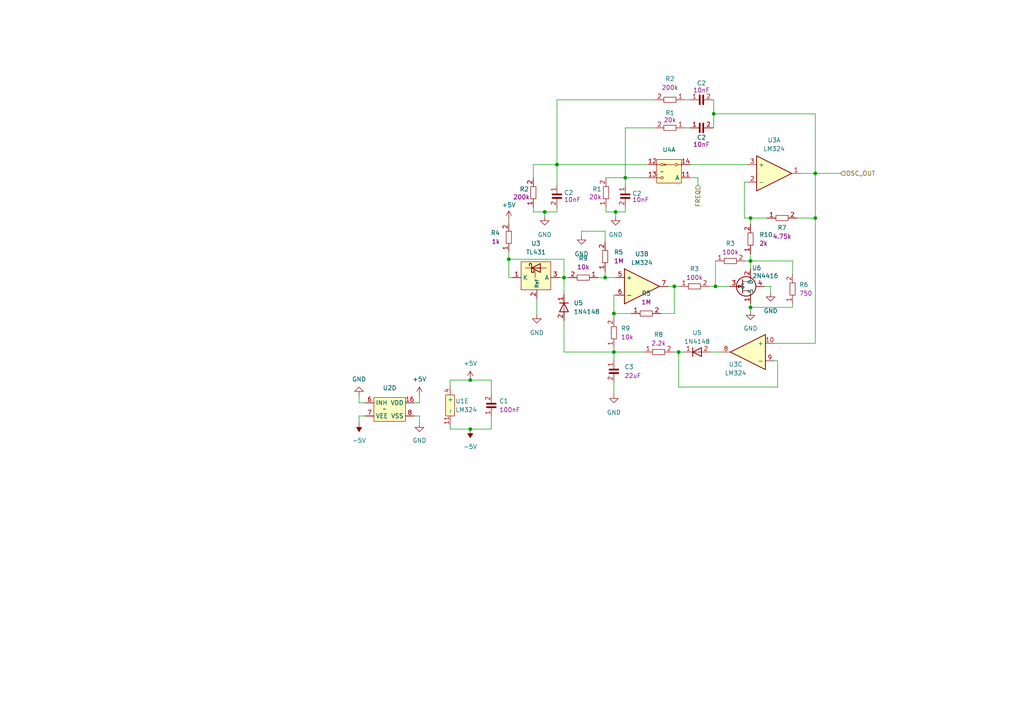
<source format=kicad_sch>
(kicad_sch (version 20230121) (generator eeschema)
  (paper "A4")
  (lib_symbols
    (symbol "Jojos_Lib:1N4148"
      (property "Reference" "U" (at 0 4.826 0))
      (property "Value" "1N4148" (at 0.508 3.048 0))
      (symbol "1N4148_0_1"
        (polyline (pts (xy -1.27 1.27) (xy -1.27 -1.27)) (stroke (width 0.254)))
        (polyline (pts (xy 1.27 0) (xy -1.27 0)))
        (polyline (pts (xy 1.27 1.27) (xy 1.27 -1.27) (xy -1.27 0) (xy 1.27 1.27)) (stroke (width 0.254)))
      )
      (symbol "1N4148_1_1"
        (pin passive line (at -3.81 0 0) (length 2.54) (name "~") (number "1"))
        (pin passive line (at 3.81 0 180) (length 2.54) (name "~") (number "2"))
      )
    )
    (symbol "Jojos_Lib:2N4416"
      (property "Reference" "U" (at -7.366 4.572 0))
      (property "Value" "2N4416" (at 0.762 4.572 0))
      (symbol "2N4416_0_1"
        (circle (center -5.08 0) (radius 2.8194) (stroke (width 0.254)))
        (polyline (pts (xy -6.096 1.905) (xy -6.096 -1.905) (xy -6.096 -1.905)) (stroke (width 0.254)))
        (polyline (pts (xy -3.81 -2.54) (xy -3.81 -1.27) (xy -6.096 -1.27)))
        (polyline (pts (xy -3.81 2.54) (xy -3.81 1.397) (xy -6.096 1.397)))
        (polyline (pts (xy -6.35 0) (xy -7.366 0.381) (xy -7.366 -0.381) (xy -6.35 0)) (fill (type outline)))
      )
      (symbol "2N4416_1_1"
        (pin passive line (at -3.81 -5.08 90) (length 2.54) (name "S") (number "1"))
        (pin passive line (at -3.81 5.08 270) (length 2.54) (name "D") (number "2"))
        (pin input line (at -9.906 0 0) (length 2.54) (name "G") (number "3"))
        (pin passive line (at 0.254 0 180) (length 2.54) (name "~") (number "4"))
      )
    )
    (symbol "Jojos_Lib:C0603_100nF_25V" (pin_names (offset 1.016))
      (property "Reference" "C" (at -3.81 0 90))
      (property "Val" "100nF" (at 3.81 0 90))
      (symbol "C0603_100nF_25V_1_1"
        (polyline (pts (xy -1.27 -0.508) (xy 1.27 -0.508)) (stroke (width 0.508)))
        (polyline (pts (xy -1.27 0.508) (xy 1.27 0.508)) (stroke (width 0.508)))
        (pin passive line (at 0 3.302 270) (length 2.54) (name "~") (number "1"))
        (pin passive line (at 0 -3.302 90) (length 2.54) (name "~") (number "2"))
      )
    )
    (symbol "Jojos_Lib:C0603_10nF_50V" (pin_names (offset 1.016))
      (property "Reference" "C" (at -3.81 0 90))
      (property "Val" "10nF" (at 3.81 0 90))
      (symbol "C0603_10nF_50V_1_1"
        (polyline (pts (xy -1.27 -0.508) (xy 1.27 -0.508)) (stroke (width 0.508)))
        (polyline (pts (xy -1.27 0.508) (xy 1.27 0.508)) (stroke (width 0.508)))
        (pin passive line (at 0 3.302 270) (length 2.54) (name "~") (number "1"))
        (pin passive line (at 0 -3.302 90) (length 2.54) (name "~") (number "2"))
      )
    )
    (symbol "Jojos_Lib:C0805_22uF_6.3V" (pin_names (offset 1.016))
      (property "Reference" "C" (at -3.81 0 90))
      (property "Val" "22uF" (at 3.81 0 90))
      (symbol "C0805_22uF_6.3V_1_1"
        (polyline (pts (xy -1.27 -0.508) (xy 1.27 -0.508)) (stroke (width 0.508)))
        (polyline (pts (xy -1.27 0.508) (xy 1.27 0.508)) (stroke (width 0.508)))
        (pin passive line (at 0 3.302 270) (length 2.54) (name "~") (number "1"))
        (pin passive line (at 0 -3.302 90) (length 2.54) (name "~") (number "2"))
      )
    )
    (symbol "Jojos_Lib:CD4053"
      (property "Reference" "U" (at -1.016 4.318 0))
      (symbol "CD4053_1_1"
        (rectangle (start -3.048 3.302) (end 4.064 -3.556) (fill (type background)))
        (circle (center -1.524 -2.032) (radius 0.3592))
        (circle (center -1.524 1.778) (radius 0.3592))
        (polyline (pts (xy -2.032 -2.032) (xy -3.048 -2.032)))
        (polyline (pts (xy -2.032 1.778) (xy -3.048 1.778)))
        (polyline (pts (xy -1.016 1.778) (xy 1.778 1.778)))
        (polyline (pts (xy 3.048 1.778) (xy 4.064 1.778)))
        (polyline (pts (xy -1.016 1.778) (xy -0.508 2.032) (xy -1.016 1.778) (xy -0.508 1.524) (xy -1.016 1.778) (xy -0.762 1.778)))
        (circle (center 2.54 1.778) (radius 0.3592))
        (pin input line (at 6.604 -2.032 180) (length 2.54) (name "A") (number "11"))
        (pin bidirectional line (at -5.588 1.778 0) (length 2.54) (name "") (number "12"))
        (pin bidirectional line (at -5.588 -2.032 0) (length 2.54) (name "") (number "13"))
        (pin bidirectional line (at 6.604 1.778 180) (length 2.54) (name "") (number "14"))
      )
      (symbol "CD4053_2_1"
        (rectangle (start -3.048 3.302) (end 4.064 -3.556) (fill (type background)))
        (circle (center -1.524 -2.032) (radius 0.3592))
        (circle (center -1.524 1.778) (radius 0.3592))
        (polyline (pts (xy -2.032 -2.032) (xy -3.048 -2.032)))
        (polyline (pts (xy -2.032 1.778) (xy -3.048 1.778)))
        (polyline (pts (xy -1.016 1.778) (xy 1.778 1.778)))
        (polyline (pts (xy 3.048 1.778) (xy 4.064 1.778)))
        (polyline (pts (xy -1.016 1.778) (xy -0.508 2.032) (xy -1.016 1.778) (xy -0.508 1.524) (xy -1.016 1.778) (xy -0.762 1.778)))
        (circle (center 2.54 1.778) (radius 0.3592))
        (pin bidirectional line (at -5.588 -2.032 0) (length 2.54) (name "") (number "1"))
        (pin input line (at 6.604 -2.032 180) (length 2.54) (name "B") (number "10"))
        (pin bidirectional line (at 6.604 1.778 180) (length 2.54) (name "") (number "15"))
        (pin bidirectional line (at -5.588 1.778 0) (length 2.54) (name "") (number "2"))
      )
      (symbol "CD4053_3_1"
        (rectangle (start -2.54 3.556) (end 4.572 -3.302) (fill (type background)))
        (circle (center -1.016 -1.778) (radius 0.3592))
        (circle (center -1.016 2.032) (radius 0.3592))
        (polyline (pts (xy -1.524 -1.778) (xy -2.54 -1.778)))
        (polyline (pts (xy -1.524 2.032) (xy -2.54 2.032)))
        (polyline (pts (xy -0.508 2.032) (xy 2.286 2.032)))
        (polyline (pts (xy 3.556 2.032) (xy 4.572 2.032)))
        (polyline (pts (xy -0.508 2.032) (xy 0 2.286) (xy -0.508 2.032) (xy 0 1.778) (xy -0.508 2.032) (xy -0.254 2.032)))
        (circle (center 3.048 2.032) (radius 0.3592))
        (pin bidirectional line (at -5.08 -1.778 0) (length 2.54) (name "") (number "3"))
        (pin bidirectional line (at 7.112 2.032 180) (length 2.54) (name "") (number "4"))
        (pin bidirectional line (at -5.08 2.032 0) (length 2.54) (name "") (number "5"))
        (pin input line (at 7.112 -1.778 180) (length 2.54) (name "C") (number "9"))
      )
      (symbol "CD4053_4_1"
        (rectangle (start -4.572 3.048) (end 4.572 -3.81) (fill (type background)))
        (pin power_in line (at 7.112 1.524 180) (length 2.54) (name "VDD") (number "16"))
        (pin input line (at -7.112 1.524 0) (length 2.54) (name "INH") (number "6"))
        (pin power_in line (at -7.112 -2.286 0) (length 2.54) (name "VEE") (number "7"))
        (pin power_in line (at 7.112 -2.286 180) (length 2.54) (name "VSS") (number "8"))
      )
    )
    (symbol "Jojos_Lib:LM324ADR "
      (property "Reference" "U" (at 5.08 -1.27 0))
      (property "Value" "LM324" (at 7.366 6.604 0))
      (symbol "LM324ADR _1_1"
        (polyline (pts (xy -2.54 5.08) (xy 7.62 0) (xy -2.54 -5.08) (xy -2.54 5.08)) (stroke (width 0.254)) (fill (type background)))
        (pin output line (at 10.16 0 180) (length 2.54) (name "~") (number "1"))
        (pin input line (at -5.08 -2.54 0) (length 2.54) (name "-") (number "2"))
        (pin input line (at -5.08 2.54 0) (length 2.54) (name "+") (number "3"))
      )
      (symbol "LM324ADR _2_1"
        (polyline (pts (xy -2.54 5.08) (xy 7.62 0) (xy -2.54 -5.08) (xy -2.54 5.08)) (stroke (width 0.254)) (fill (type background)))
        (pin input line (at -5.08 2.54 0) (length 2.54) (name "+") (number "5"))
        (pin input line (at -5.08 -2.54 0) (length 2.54) (name "-") (number "6"))
        (pin output line (at 10.16 0 180) (length 2.54) (name "~") (number "7"))
      )
      (symbol "LM324ADR _3_1"
        (polyline (pts (xy -2.54 5.08) (xy 7.62 0) (xy -2.54 -5.08) (xy -2.54 5.08)) (stroke (width 0.254)) (fill (type background)))
        (pin input line (at -5.08 2.54 0) (length 2.54) (name "+") (number "10"))
        (pin output line (at 10.16 0 180) (length 2.54) (name "~") (number "8"))
        (pin input line (at -5.08 -2.54 0) (length 2.54) (name "-") (number "9"))
      )
      (symbol "LM324ADR _4_1"
        (polyline (pts (xy -2.54 5.08) (xy 7.62 0) (xy -2.54 -5.08) (xy -2.54 5.08)) (stroke (width 0.254)) (fill (type background)))
        (pin input line (at -5.08 2.54 0) (length 2.54) (name "+") (number "12"))
        (pin input line (at -5.08 -2.54 0) (length 2.54) (name "-") (number "13"))
        (pin output line (at 10.16 0 180) (length 2.54) (name "~") (number "14"))
      )
      (symbol "LM324ADR _5_1"
        (rectangle (start 0.254 3.048) (end 2.794 -3.048) (fill (type background)))
        (pin passive line (at 1.524 -5.588 90) (length 2.54) (name "-") (number "11"))
        (pin passive line (at 1.524 5.588 270) (length 2.54) (name "+") (number "4"))
      )
    )
    (symbol "Jojos_Lib:R0603_100k" (pin_names (offset 0.762))
      (property "Reference" "R" (at -0.635 2.54 0))
      (property "Val" "100k" (at 0 -2.54 0))
      (symbol "R0603_100k_0_1"
        (polyline (pts (xy -1.778 0.762) (xy 1.778 0.762) (xy 1.778 -0.762) (xy -1.778 -0.762) (xy -1.778 0.762)) (stroke (width 0.1524)))
      )
      (symbol "R0603_100k_1_0"
        (pin passive line (at -4.318 0 0) (length 2.54) (name "~") (number "1"))
        (pin passive line (at 4.318 0 180) (length 2.54) (name "~") (number "2"))
      )
    )
    (symbol "Jojos_Lib:R0603_10k" (pin_names (offset 0.762))
      (property "Reference" "R" (at -0.635 2.54 0))
      (property "Val" "10k" (at 0 -2.54 0))
      (symbol "R0603_10k_0_1"
        (polyline (pts (xy -1.778 0.762) (xy 1.778 0.762) (xy 1.778 -0.762) (xy -1.778 -0.762) (xy -1.778 0.762)) (stroke (width 0.1524)))
      )
      (symbol "R0603_10k_1_0"
        (pin passive line (at -4.318 0 0) (length 2.54) (name "~") (number "1"))
        (pin passive line (at 4.318 0 180) (length 2.54) (name "~") (number "2"))
      )
    )
    (symbol "Jojos_Lib:R0603_1M" (pin_names (offset 0.762))
      (property "Reference" "R" (at -0.381 2.54 0))
      (property "Val" "1M" (at 0.254 -2.54 0))
      (symbol "R0603_1M_0_1"
        (polyline (pts (xy -1.778 0.762) (xy 1.778 0.762) (xy 1.778 -0.762) (xy -1.778 -0.762) (xy -1.778 0.762)) (stroke (width 0.1524)))
      )
      (symbol "R0603_1M_1_0"
        (pin passive line (at -4.318 0 0) (length 2.54) (name "~") (number "1"))
        (pin passive line (at 4.318 0 180) (length 2.54) (name "~") (number "2"))
      )
    )
    (symbol "Jojos_Lib:R0603_1k" (pin_names (offset 0.762))
      (property "Reference" "R" (at -0.635 2.54 0))
      (property "Val" "1k" (at 0 -2.54 0))
      (symbol "R0603_1k_0_1"
        (polyline (pts (xy -1.778 0.762) (xy 1.778 0.762) (xy 1.778 -0.762) (xy -1.778 -0.762) (xy -1.778 0.762)) (stroke (width 0.1524)))
      )
      (symbol "R0603_1k_1_0"
        (pin passive line (at -4.318 0 0) (length 2.54) (name "~") (number "1"))
        (pin passive line (at 4.318 0 180) (length 2.54) (name "~") (number "2"))
      )
    )
    (symbol "Jojos_Lib:R0603_2.2k" (pin_names (offset 0.762))
      (property "Reference" "R" (at -0.381 2.54 0))
      (property "Val" "2.2k" (at 0.254 -2.54 0))
      (symbol "R0603_2.2k_0_1"
        (polyline (pts (xy -1.778 0.762) (xy 1.778 0.762) (xy 1.778 -0.762) (xy -1.778 -0.762) (xy -1.778 0.762)) (stroke (width 0.1524)))
      )
      (symbol "R0603_2.2k_1_0"
        (pin passive line (at -4.318 0 0) (length 2.54) (name "~") (number "1"))
        (pin passive line (at 4.318 0 180) (length 2.54) (name "~") (number "2"))
      )
    )
    (symbol "Jojos_Lib:R0603_200k" (pin_names (offset 0.762))
      (property "Reference" "R" (at -0.635 2.54 0))
      (property "Val" "200k" (at 0 -2.54 0))
      (symbol "R0603_200k_0_1"
        (polyline (pts (xy -1.778 0.762) (xy 1.778 0.762) (xy 1.778 -0.762) (xy -1.778 -0.762) (xy -1.778 0.762)) (stroke (width 0.1524)))
      )
      (symbol "R0603_200k_1_0"
        (pin passive line (at -4.318 0 0) (length 2.54) (name "~") (number "1"))
        (pin passive line (at 4.318 0 180) (length 2.54) (name "~") (number "2"))
      )
    )
    (symbol "Jojos_Lib:R0603_20k" (pin_names (offset 0.762))
      (property "Reference" "R" (at -0.635 2.54 0))
      (property "Val" "20k" (at 0 -2.54 0))
      (symbol "R0603_20k_0_1"
        (polyline (pts (xy -1.778 0.762) (xy 1.778 0.762) (xy 1.778 -0.762) (xy -1.778 -0.762) (xy -1.778 0.762)) (stroke (width 0.1524)))
      )
      (symbol "R0603_20k_1_0"
        (pin passive line (at -4.318 0 0) (length 2.54) (name "~") (number "1"))
        (pin passive line (at 4.318 0 180) (length 2.54) (name "~") (number "2"))
      )
    )
    (symbol "Jojos_Lib:R0603_2k" (pin_names (offset 0.762))
      (property "Reference" "R" (at -0.889 2.54 0))
      (property "Val" "2k" (at -0.254 -2.54 0))
      (symbol "R0603_2k_0_1"
        (polyline (pts (xy -1.778 0.762) (xy 1.778 0.762) (xy 1.778 -0.762) (xy -1.778 -0.762) (xy -1.778 0.762)) (stroke (width 0.1524)))
      )
      (symbol "R0603_2k_1_0"
        (pin passive line (at -4.318 0 0) (length 2.54) (name "~") (number "1"))
        (pin passive line (at 4.318 0 180) (length 2.54) (name "~") (number "2"))
      )
    )
    (symbol "Jojos_Lib:R0603_4.75k" (pin_names (offset 0.762))
      (property "Reference" "R" (at -0.635 2.54 0))
      (property "Val" "4.75k" (at 0 -2.54 0))
      (symbol "R0603_4.75k_0_1"
        (polyline (pts (xy -1.778 0.762) (xy 1.778 0.762) (xy 1.778 -0.762) (xy -1.778 -0.762) (xy -1.778 0.762)) (stroke (width 0.1524)))
      )
      (symbol "R0603_4.75k_1_0"
        (pin passive line (at -4.318 0 0) (length 2.54) (name "~") (number "1"))
        (pin passive line (at 4.318 0 180) (length 2.54) (name "~") (number "2"))
      )
    )
    (symbol "Jojos_Lib:R0603_750" (pin_names (offset 0.762))
      (property "Reference" "R" (at -0.635 2.54 0))
      (property "Val" "750" (at 0 -2.54 0))
      (symbol "R0603_750_0_1"
        (polyline (pts (xy -1.778 0.762) (xy 1.778 0.762) (xy 1.778 -0.762) (xy -1.778 -0.762) (xy -1.778 0.762)) (stroke (width 0.1524)))
      )
      (symbol "R0603_750_1_0"
        (pin passive line (at -4.318 0 0) (length 2.54) (name "~") (number "1"))
        (pin passive line (at 4.318 0 180) (length 2.54) (name "~") (number "2"))
      )
    )
    (symbol "Jojos_Lib:TL431"
      (property "Reference" "U" (at 0 7.62 0))
      (property "Value" "TL431" (at 0 5.842 0))
      (symbol "TL431_0_0"
        (text_box "" (at -4.572 4.572 0) (size 8.636 -8.128) (fill (type color) (color 255 255 194 1)) (effects (font (size 1.27 1.27)) (justify left top)))
      )
      (symbol "TL431_0_1"
        (polyline (pts (xy 1.016 2.794) (xy -1.524 2.794)))
        (polyline (pts (xy -3.302 2.794) (xy 2.794 2.794) (xy 2.54 2.794)) (fill (type color) (color 255 255 194 1)))
        (polyline (pts (xy -0.508 0) (xy -0.508 2.286) (xy -0.508 2.032)) (fill (type color) (color 255 255 194 1)))
        (polyline (pts (xy 1.016 4.064) (xy 1.016 1.524) (xy -1.524 2.794) (xy 1.016 4.064)) (stroke (width 0.254)))
        (polyline (pts (xy -2.159 3.429) (xy -2.159 4.064) (xy -1.524 4.064) (xy -1.524 1.524) (xy -0.889 1.524) (xy -0.889 2.159)) (stroke (width 0.254)))
      )
      (symbol "TL431_1_1"
        (pin passive line (at -7.112 0 0) (length 2.54) (name "K") (number "1"))
        (pin power_in line (at 0 -6.096 90) (length 2.54) (name "Ref") (number "2"))
        (pin passive line (at 6.604 0 180) (length 2.54) (name "A") (number "3"))
      )
    )
    (symbol "power:+5V" (power) (pin_names (offset 0))
      (property "Value" "+5V" (at 0 3.556 0))
      (symbol "+5V_0_1"
        (polyline (pts (xy -0.762 1.27) (xy 0 2.54)))
        (polyline (pts (xy 0 0) (xy 0 2.54)))
        (polyline (pts (xy 0 2.54) (xy 0.762 1.27)))
      )
      (symbol "+5V_1_1"
        (pin power_in line (at 0 0 90) (length 0) hide (name "+5V") (number "1"))
      )
    )
    (symbol "power:-5V" (power) (pin_names (offset 0))
      (property "Value" "-5V" (at 0 3.81 0))
      (symbol "-5V_0_0"
        (pin power_in line (at 0 0 90) (length 0) hide (name "-5V") (number "1"))
      )
      (symbol "-5V_0_1"
        (polyline (pts (xy 0 0) (xy 0 1.27) (xy 0.762 1.27) (xy 0 2.54) (xy -0.762 1.27) (xy 0 1.27)) (fill (type outline)))
      )
    )
    (symbol "power:GND" (power) (pin_names (offset 0))
      (property "Value" "GND" (at 0 -3.81 0))
      (symbol "GND_0_1"
        (polyline (pts (xy 0 0) (xy 0 -1.27) (xy 1.27 -1.27) (xy 0 -2.54) (xy -1.27 -1.27) (xy 0 -1.27)))
      )
      (symbol "GND_1_1"
        (pin power_in line (at 0 0 270) (length 0) hide (name "GND") (number "1"))
      )
    )
  )
  (junction (at 195.58 83.058))
  (junction (at 175.514 80.518))
  (junction (at 217.678 63.246))
  (junction (at 136.398 110.236))
  (junction (at 161.544 47.752))
  (junction (at 163.576 80.518))
  (junction (at 196.85 102.108))
  (junction (at 236.474 63.246))
  (junction (at 178.562 61.468))
  (junction (at 207.01 33.02))
  (junction (at 217.678 89.154))
  (junction (at 178.054 102.108))
  (junction (at 147.574 75.184))
  (junction (at 178.054 90.932))
  (junction (at 236.474 50.292))
  (junction (at 217.678 75.692))
  (junction (at 157.988 61.468))
  (junction (at 136.398 124.46))
  (junction (at 207.518 83.058))
  (junction (at 181.356 51.562))
  (wire (pts (xy 142.494 110.236) (xy 142.494 114.3)))
  (wire (pts (xy 163.576 75.184) (xy 147.574 75.184)))
  (wire (pts (xy 104.14 114.808) (xy 104.14 116.84)))
  (wire (pts (xy 224.536 104.648) (xy 225.552 104.648)))
  (wire (pts (xy 217.678 63.246) (xy 222.504 63.246)))
  (wire (pts (xy 217.678 73.66) (xy 217.678 75.692)))
  (wire (pts (xy 205.994 102.108) (xy 209.296 102.108)))
  (wire (pts (xy 225.552 104.648) (xy 225.552 112.268)))
  (wire (pts (xy 200.152 47.752) (xy 216.916 47.752)))
  (wire (pts (xy 207.01 33.02) (xy 207.01 37.084)))
  (wire (pts (xy 178.054 85.598) (xy 178.562 85.598)))
  (wire (pts (xy 178.054 85.598) (xy 178.054 90.932)))
  (wire (pts (xy 175.514 67.056) (xy 168.656 67.056)))
  (wire (pts (xy 168.656 67.056) (xy 168.656 68.326)))
  (wire (pts (xy 217.678 88.138) (xy 217.678 89.154)))
  (wire (pts (xy 161.544 28.956) (xy 161.544 47.752)))
  (wire (pts (xy 175.514 70.104) (xy 175.514 67.056)))
  (wire (pts (xy 225.552 112.268) (xy 196.85 112.268)))
  (wire (pts (xy 224.536 99.568) (xy 236.474 99.568)))
  (wire (pts (xy 178.054 102.108) (xy 178.054 100.838)))
  (wire (pts (xy 130.556 123.19) (xy 130.556 124.46)))
  (wire (pts (xy 178.054 110.998) (xy 178.054 114.3)))
  (wire (pts (xy 236.474 63.246) (xy 236.474 99.568)))
  (wire (pts (xy 104.14 120.65) (xy 104.14 122.682)))
  (wire (pts (xy 217.678 63.246) (xy 217.678 65.024)))
  (wire (pts (xy 154.686 47.752) (xy 154.686 51.562)))
  (wire (pts (xy 189.992 28.956) (xy 161.544 28.956)))
  (wire (pts (xy 157.988 61.468) (xy 161.544 61.468)))
  (wire (pts (xy 229.87 88.138) (xy 229.87 89.154)))
  (wire (pts (xy 120.142 120.65) (xy 121.666 120.65)))
  (wire (pts (xy 207.01 28.956) (xy 207.01 33.02)))
  (wire (pts (xy 202.438 51.562) (xy 202.438 53.594)))
  (wire (pts (xy 147.574 75.184) (xy 147.574 80.518)))
  (wire (pts (xy 157.988 61.468) (xy 157.988 62.738)))
  (wire (pts (xy 136.398 124.46) (xy 142.494 124.46)))
  (wire (pts (xy 154.686 60.198) (xy 154.686 61.468)))
  (wire (pts (xy 215.9 52.832) (xy 215.9 63.246)))
  (wire (pts (xy 236.474 33.02) (xy 207.01 33.02)))
  (wire (pts (xy 236.474 50.292) (xy 243.84 50.292)))
  (wire (pts (xy 162.306 80.518) (xy 163.576 80.518)))
  (wire (pts (xy 229.87 75.692) (xy 217.678 75.692)))
  (wire (pts (xy 147.574 64.516) (xy 147.574 63.754)))
  (wire (pts (xy 161.544 60.198) (xy 161.544 61.468)))
  (wire (pts (xy 142.494 120.904) (xy 142.494 124.46)))
  (wire (pts (xy 173.482 80.518) (xy 175.514 80.518)))
  (wire (pts (xy 236.474 50.292) (xy 236.474 33.02)))
  (wire (pts (xy 187.96 51.562) (xy 181.356 51.562)))
  (wire (pts (xy 191.77 90.932) (xy 195.58 90.932)))
  (wire (pts (xy 207.01 37.084) (xy 206.756 37.084)))
  (wire (pts (xy 205.74 83.058) (xy 207.518 83.058)))
  (wire (pts (xy 181.356 60.198) (xy 181.356 61.468)))
  (wire (pts (xy 231.14 63.246) (xy 236.474 63.246)))
  (wire (pts (xy 163.576 102.108) (xy 178.054 102.108)))
  (wire (pts (xy 223.52 83.058) (xy 223.52 84.836)))
  (wire (pts (xy 175.768 60.198) (xy 175.768 61.468)))
  (wire (pts (xy 196.85 112.268) (xy 196.85 102.108)))
  (wire (pts (xy 193.802 83.058) (xy 195.58 83.058)))
  (wire (pts (xy 195.58 83.058) (xy 197.104 83.058)))
  (wire (pts (xy 163.576 85.344) (xy 163.576 80.518)))
  (wire (pts (xy 147.574 80.518) (xy 148.59 80.518)))
  (wire (pts (xy 216.154 75.692) (xy 217.678 75.692)))
  (wire (pts (xy 195.326 102.108) (xy 196.85 102.108)))
  (wire (pts (xy 178.562 61.468) (xy 181.356 61.468)))
  (wire (pts (xy 105.918 120.65) (xy 104.14 120.65)))
  (wire (pts (xy 217.678 75.692) (xy 217.678 77.978)))
  (wire (pts (xy 198.628 28.956) (xy 200.152 28.956)))
  (wire (pts (xy 136.398 110.236) (xy 142.494 110.236)))
  (wire (pts (xy 121.666 120.65) (xy 121.666 122.682)))
  (wire (pts (xy 175.768 51.562) (xy 181.356 51.562)))
  (wire (pts (xy 236.474 63.246) (xy 236.474 50.292)))
  (wire (pts (xy 217.678 89.154) (xy 217.678 90.17)))
  (wire (pts (xy 187.96 47.752) (xy 161.544 47.752)))
  (wire (pts (xy 154.686 47.752) (xy 161.544 47.752)))
  (wire (pts (xy 163.576 80.518) (xy 163.576 75.184)))
  (wire (pts (xy 181.356 51.562) (xy 181.356 53.594)))
  (wire (pts (xy 163.576 92.964) (xy 163.576 102.108)))
  (wire (pts (xy 130.556 124.46) (xy 136.398 124.46)))
  (wire (pts (xy 229.87 79.502) (xy 229.87 75.692)))
  (wire (pts (xy 147.574 73.152) (xy 147.574 75.184)))
  (wire (pts (xy 198.628 37.084) (xy 200.152 37.084)))
  (wire (pts (xy 178.054 92.202) (xy 178.054 90.932)))
  (wire (pts (xy 130.556 110.236) (xy 130.556 112.014)))
  (wire (pts (xy 178.054 102.108) (xy 178.054 104.394)))
  (wire (pts (xy 154.686 61.468) (xy 157.988 61.468)))
  (wire (pts (xy 229.87 89.154) (xy 217.678 89.154)))
  (wire (pts (xy 178.562 61.468) (xy 178.562 62.738)))
  (wire (pts (xy 161.544 53.594) (xy 161.544 47.752)))
  (wire (pts (xy 175.514 80.518) (xy 178.562 80.518)))
  (wire (pts (xy 178.054 90.932) (xy 183.134 90.932)))
  (wire (pts (xy 221.742 83.058) (xy 223.52 83.058)))
  (wire (pts (xy 232.156 50.292) (xy 236.474 50.292)))
  (wire (pts (xy 200.152 51.562) (xy 202.438 51.562)))
  (wire (pts (xy 215.9 63.246) (xy 217.678 63.246)))
  (wire (pts (xy 181.356 37.084) (xy 181.356 51.562)))
  (wire (pts (xy 189.992 37.084) (xy 181.356 37.084)))
  (wire (pts (xy 175.768 61.468) (xy 178.562 61.468)))
  (wire (pts (xy 207.518 75.692) (xy 207.518 83.058)))
  (wire (pts (xy 121.666 114.808) (xy 121.666 116.84)))
  (wire (pts (xy 216.916 52.832) (xy 215.9 52.832)))
  (wire (pts (xy 130.556 110.236) (xy 136.398 110.236)))
  (wire (pts (xy 195.58 90.932) (xy 195.58 83.058)))
  (wire (pts (xy 155.702 86.614) (xy 155.702 91.186)))
  (wire (pts (xy 175.514 78.74) (xy 175.514 80.518)))
  (wire (pts (xy 196.85 102.108) (xy 198.374 102.108)))
  (wire (pts (xy 178.054 102.108) (xy 186.69 102.108)))
  (wire (pts (xy 105.918 116.84) (xy 104.14 116.84)))
  (wire (pts (xy 206.756 28.956) (xy 207.01 28.956)))
  (wire (pts (xy 207.518 83.058) (xy 211.582 83.058)))
  (wire (pts (xy 163.576 80.518) (xy 164.846 80.518)))
  (wire (pts (xy 120.142 116.84) (xy 121.666 116.84)))
  (hierarchical_label "FREQ" (shape input) (at 202.438 53.594 270))
  (hierarchical_label "OSC_OUT" (shape input) (at 243.84 50.292 0))
  (symbol (lib_id "power:GND") (at 104.14 114.808 180) (unit 1)
    (property "Reference" "#PWR05" (effects hide))
    (property "Value" "GND" (at 104.14 109.982 0))
  )
  (symbol (lib_id "Jojos_Lib:TL431") (at 155.702 80.518 0) (unit 1)
    (property "Reference" "U3" (at 155.448 70.612 0))
    (property "Value" "TL431" (at 155.448 73.152 0))
    (property "Footprint" "Package_TO_SOT_SMD:SOT-23" (effects hide))
    (property "Mouser Part Number" "771-TL431AQDBZR215" (effects hide))
    (property "Place" "yes" (effects hide))
  )
  (symbol (lib_id "Jojos_Lib:CD4053") (at 193.548 49.53 0) (unit 1)
    (property "Reference" "U4" (at 194.056 43.434 0))
    (property "Value" "~" (at 192.024 49.784 0))
    (property "Footprint" "Package_SO:SOIC-16W_5.3x10.2mm_P1.27mm" (effects hide))
    (property "Mouser Part Number" "595-CD4053BM96G3" (effects hide))
    (instances (project "ZM202_analog" (path "" (reference "U4") (unit 1)) (path "" (reference "U2") (unit 1))))
  )
  (symbol (lib_id "Jojos_Lib:C0603_10nF_50V") (at 161.544 56.896 0) (unit 1)
    (property "Reference" "C2" (at 163.576 55.88 0) (effects (justify left)))
    (property "Value" "C0603_10nF_50V" (effects hide))
    (property "Footprint" "Capacitor_SMD:C_0603_1608Metric" (effects hide))
    (property "Mouser Part Number" "885012206089" (effects hide))
    (property "Place" "Yes" (effects hide))
    (property "Price" "0.1" (effects hide))
    (property "Val" "10nF" (at 163.576 57.912 0) (effects (justify left)))
  )
  (symbol (lib_id "power:-5V") (at 136.398 124.46 180) (unit 1)
    (property "Reference" "#PWR08" (effects hide))
    (property "Value" "-5V" (at 136.398 129.54 0))
  )
  (symbol (lib_id "power:GND") (at 155.702 91.186 0) (unit 1)
    (property "Reference" "#PWR012" (effects hide))
    (property "Value" "GND" (at 155.702 96.52 0))
  )
  (symbol (lib_id "power:GND") (at 178.054 114.3 0) (unit 1)
    (property "Reference" "#PWR015" (effects hide))
    (property "Value" "GND" (at 178.054 119.634 0))
  )
  (symbol (lib_id "power:GND") (at 223.52 84.836 0) (unit 1)
    (property "Reference" "#PWR018" (effects hide))
    (property "Value" "GND" (at 223.52 90.17 0))
  )
  (symbol (lib_id "Jojos_Lib:CD4053") (at 113.03 118.364 0) (unit 4)
    (property "Reference" "U2" (at 113.03 112.522 0))
    (property "Value" "~" (at 111.506 118.618 0))
    (property "Footprint" "Package_SO:SOIC-16W_5.3x10.2mm_P1.27mm" (effects hide))
    (property "Mouser Part Number" "595-CD4053BM96G3" (effects hide))
  )
  (symbol (lib_id "Jojos_Lib:R0603_10k") (at 169.164 80.518 180) (unit 1)
    (property "Reference" "R9" (at 169.164 74.93 0))
    (property "Value" "R0603_10k" (effects hide))
    (property "Footprint" "Resistor_SMD:R_0603_1608Metric" (effects hide))
    (property "Description" "Res 0603 10k 1%" (effects hide))
    (property "Height" "0.55" (effects hide))
    (property "Mouser Part Number" "71-CRCW060310K0FKEB" (effects hide))
    (property "Manufacturer_Part_Number" "CRCW060310K0FKEB" (effects hide))
    (property "Val" "10k" (at 169.164 77.47 0))
    (instances (project "ZM202_analog" (path "" (reference "R9") (unit 1)) (path "" (reference "R3") (unit 1))))
  )
  (symbol (lib_id "power:-5V") (at 104.14 122.682 180) (unit 1)
    (property "Reference" "#PWR06" (effects hide))
    (property "Value" "-5V" (at 104.14 127.762 0))
  )
  (symbol (lib_id "power:GND") (at 217.678 90.17 0) (unit 1)
    (property "Reference" "#PWR017" (effects hide))
    (property "Value" "GND" (at 217.678 95.25 0))
  )
  (symbol (lib_id "Jojos_Lib:R0603_100k") (at 211.836 75.692 0) (unit 1)
    (property "Reference" "R3" (at 211.836 70.612 0))
    (property "Value" "R0603_100k" (effects hide))
    (property "Footprint" "Resistor_SMD:R_0603_1608Metric" (effects hide))
    (property "Description" "Res 0603 100k 1%" (effects hide))
    (property "Height" "0.55" (effects hide))
    (property "Mouser Part Number" "71-CRCW0603100KFKEAC" (effects hide))
    (property "Manufacturer_Part_Number" "CRCW0603100KFKEAC" (effects hide))
    (property "Val" "100k" (at 211.836 73.152 0))
    (instances (project "ZM202_analog" (path "" (reference "R3") (unit 1)) (path "" (reference "R12") (unit 1))))
  )
  (symbol (lib_id "Jojos_Lib:1N4148") (at 163.576 89.154 90) (mirror x) (unit 1)
    (property "Reference" "U5" (at 166.37 87.884 90) (effects (justify right)))
    (property "Value" "1N4148" (at 166.37 90.424 90) (effects (justify right)))
    (property "Footprint" "Diode_SMD:D_SOD-123" (effects hide))
    (property "Mouser Part Number" "833-1N4148W-TP " (effects hide))
    (instances (project "ZM202_analog" (path "" (reference "U5") (unit 1)) (path "" (reference "U4") (unit 1))))
  )
  (symbol (lib_id "Jojos_Lib:R0603_1k") (at 147.574 68.834 90) (unit 1)
    (property "Reference" "R4" (at 145.034 67.564 90) (effects (justify left)))
    (property "Value" "R0603_1k" (effects hide))
    (property "Footprint" "Resistor_SMD:R_0603_1608Metric" (effects hide))
    (property "Description" "Res 0603 1k 1%" (effects hide))
    (property "Height" "0.55" (effects hide))
    (property "Mouser Part Number" "603-RC0603FR-071KL" (effects hide))
    (property "Manufacturer_Part_Number" "RC0603FR-071KL" (effects hide))
    (property "Val" "1k" (at 145.034 70.104 90) (effects (justify left)))
    (instances (project "ZM202_analog" (path "" (reference "R4") (unit 1)) (path "" (reference "R1") (unit 1))))
  )
  (symbol (lib_id "Jojos_Lib:C0805_22uF_6.3V") (at 178.054 107.696 0) (unit 1)
    (property "Reference" "C3" (at 181.102 106.426 0) (effects (justify left)))
    (property "Value" "C0805_22uF_6.3V" (effects hide))
    (property "Footprint" "Capacitor_SMD:C_0805_2012Metric" (effects hide))
    (property "Mouser Part Number" "80-C0805C226M9P " (effects hide))
    (property "Digi-Key" "399-4696-1-ND" (effects hide))
    (property "Place" "Yes" (effects hide))
    (property "Price" "0.21" (effects hide))
    (property "Val" "22uF" (at 181.102 108.966 0) (effects (justify left)))
  )
  (symbol (lib_id "Jojos_Lib:R0603_2.2k") (at 191.008 102.108 0) (unit 1)
    (property "Reference" "R8" (at 191.008 97.028 0))
    (property "Value" "R0603_2.2k" (effects hide))
    (property "Footprint" "Resistor_SMD:R_0603_1608Metric" (effects hide))
    (property "Description" "Res 0603 2.2k 1%" (effects hide))
    (property "Height" "0.55" (effects hide))
    (property "Mouser Part Number" "71-CRCW0603-2.2K-E3 " (effects hide))
    (property "Manufacturer_Part_Number" "CRCW06032K20FKEA" (effects hide))
    (property "Val" "2.2k" (at 191.008 99.568 0))
  )
  (symbol (lib_id "Jojos_Lib:R0603_1M") (at 175.514 74.422 90) (unit 1)
    (property "Reference" "R5" (at 178.054 73.152 90) (effects (justify right)))
    (property "Value" "R0603_1M" (effects hide))
    (property "Footprint" "Resistor_SMD:R_0603_1608Metric" (effects hide))
    (property "Height" "0.55" (effects hide))
    (property "Mouser Part Number" "603-RC0603JR-071MP" (effects hide))
    (property "Manufacturer_Part_Number" "RC0603JR-071MP" (effects hide))
    (property "Val" "1M" (at 178.054 75.692 90) (effects (justify right)))
    (instances (project "ZM202_analog" (path "" (reference "R5") (unit 1)) (path "" (reference "R4") (unit 1))))
  )
  (symbol (lib_id "Jojos_Lib:C0603_10nF_50V") (at 203.454 37.084 90) (unit 1)
    (property "Reference" "C2" (at 203.454 39.878 90))
    (property "Value" "C0603_10nF_50V" (effects hide))
    (property "Footprint" "Capacitor_SMD:C_0603_1608Metric" (effects hide))
    (property "Mouser Part Number" "885012206089" (effects hide))
    (property "Place" "Yes" (effects hide))
    (property "Price" "0.1" (effects hide))
    (property "Val" "10nF" (at 203.454 41.91 90))
    (instances (project "ZM202_analog" (path "" (reference "C2") (unit 1)) (path "" (reference "C6") (unit 1))))
  )
  (symbol (lib_id "power:GND") (at 157.988 62.738 0) (unit 1)
    (property "Reference" "#PWR013" (effects hide))
    (property "Value" "GND" (at 157.988 68.072 0))
  )
  (symbol (lib_id "Jojos_Lib:R0603_200k") (at 154.686 55.88 90) (unit 1)
    (property "Reference" "R2" (at 153.416 54.864 90) (effects (justify left)))
    (property "Value" "R0603_200k" (effects hide))
    (property "Footprint" "Resistor_SMD:R_0603_1608Metric" (effects hide))
    (property "Height" "0.55" (effects hide))
    (property "Mouser Part Number" "603-RC0603JR-10200KL" (effects hide))
    (property "Manufacturer_Part_Number" "RC0603JR-10200KL " (effects hide))
    (property "Val" "200k" (at 153.67 57.15 90) (effects (justify left)))
  )
  (symbol (lib_id "Jojos_Lib:1N4148") (at 202.184 102.108 0) (mirror x) (unit 1)
    (property "Reference" "U5" (at 202.184 96.52 0))
    (property "Value" "1N4148" (at 202.184 99.06 0))
    (property "Footprint" "Diode_SMD:D_SOD-123" (effects hide))
    (property "Mouser Part Number" "833-1N4148W-TP " (effects hide))
  )
  (symbol (lib_id "Jojos_Lib:C0603_10nF_50V") (at 181.356 56.896 0) (unit 1)
    (property "Reference" "C2" (at 183.388 56.134 0) (effects (justify left)))
    (property "Value" "C0603_10nF_50V" (effects hide))
    (property "Footprint" "Capacitor_SMD:C_0603_1608Metric" (effects hide))
    (property "Mouser Part Number" "885012206089" (effects hide))
    (property "Place" "Yes" (effects hide))
    (property "Price" "0.1" (effects hide))
    (property "Val" "10nF" (at 183.388 57.912 0) (effects (justify left)))
    (instances (project "ZM202_analog" (path "" (reference "C2") (unit 1)) (path "" (reference "C4") (unit 1))))
  )
  (symbol (lib_id "power:GND") (at 168.656 68.326 0) (unit 1)
    (property "Reference" "#PWR014" (effects hide))
    (property "Value" "GND" (at 168.656 73.66 0))
  )
  (symbol (lib_id "Jojos_Lib:LM324ADR ") (at 129.032 117.602 0) (unit 5)
    (property "Reference" "U1" (at 132.08 116.332 0) (effects (justify left)))
    (property "Value" "LM324" (at 132.08 118.872 0) (effects (justify left)))
    (property "Footprint" "Package_SO:SO-14_3.9x8.65mm_P1.27mm" (effects hide))
    (property "Mouser Part Number" "595-LM324ADR " (effects hide))
    (property "Place" "yes" (effects hide))
  )
  (symbol (lib_id "Jojos_Lib:C0603_100nF_25V") (at 142.494 117.602 180) (unit 1)
    (property "Reference" "C1" (at 144.78 116.332 0) (effects (justify right)))
    (property "Value" "C0603_100nF_25V" (effects hide))
    (property "Footprint" "Capacitor_SMD:C_0603_1608Metric" (effects hide))
    (property "Mouser Part Number" "710-885012206071 " (effects hide))
    (property "Digi-Key" "732-7989-1-ND" (effects hide))
    (property "Place" "Yes" (effects hide))
    (property "Price" "0.04" (effects hide))
    (property "Val" "100nF" (at 144.78 118.872 0) (effects (justify right)))
  )
  (symbol (lib_id "Jojos_Lib:R0603_750") (at 229.87 83.82 90) (unit 1)
    (property "Reference" "R6" (at 231.775 82.55 90) (effects (justify right)))
    (property "Value" "R0603_750" (effects hide))
    (property "Footprint" "Resistor_SMD:R_0603_1608Metric" (effects hide))
    (property "Height" "0.55" (effects hide))
    (property "Mouser Part Number" "603-RC0603JR-07750RL" (effects hide))
    (property "Manufacturer_Part_Number" "RC0603JR-07750RL" (effects hide))
    (property "Val" "750" (at 231.775 85.09 90) (effects (justify right)))
    (instances (project "ZM202_analog" (path "" (reference "R6") (unit 1)) (path "" (reference "R15") (unit 1))))
  )
  (symbol (lib_id "Jojos_Lib:R0603_4.75k") (at 226.822 63.246 0) (unit 1)
    (property "Reference" "R7" (at 226.822 66.04 0))
    (property "Value" "R0603_4.75k" (effects hide))
    (property "Footprint" "Resistor_SMD:R_0603_1608Metric" (effects hide))
    (property "Height" "0.55" (effects hide))
    (property "Mouser Part Number" "652-CR0603FX-4751ELF" (effects hide))
    (property "Manufacturer_Part_Number" "CR0603FX-4751ELF" (effects hide))
    (property "Val" "4.75k" (at 226.822 68.58 0))
    (instances (project "ZM202_analog" (path "" (reference "R7") (unit 1)) (path "" (reference "R14") (unit 1))))
  )
  (symbol (lib_id "Jojos_Lib:R0603_20k") (at 194.31 37.084 180) (unit 1)
    (property "Reference" "R1" (at 194.31 32.766 0))
    (property "Value" "R0603_20k" (effects hide))
    (property "Footprint" "Resistor_SMD:R_0603_1608Metric" (effects hide))
    (property "Height" "0.55" (effects hide))
    (property "Mouser Part Number" "603-RC0603JR-1020KL" (effects hide))
    (property "Manufacturer_Part_Number" "RC0603JR-1020KL" (effects hide))
    (property "Val" "20k" (at 194.31 34.798 0))
    (instances (project "ZM202_analog" (path "" (reference "R1") (unit 1)) (path "" (reference "R10") (unit 1))))
  )
  (symbol (lib_id "Jojos_Lib:LM324ADR ") (at 221.996 50.292 0) (unit 1)
    (property "Reference" "U3" (at 224.536 40.64 0))
    (property "Value" "LM324" (at 224.536 43.18 0))
    (property "Footprint" "Package_SO:SO-14_3.9x8.65mm_P1.27mm" (effects hide))
    (property "Mouser Part Number" "595-LM324ADR " (effects hide))
    (property "Place" "yes" (effects hide))
    (instances (project "ZM202_analog" (path "" (reference "U3") (unit 1)) (path "" (reference "U1") (unit 1))))
  )
  (symbol (lib_id "Jojos_Lib:R0603_200k") (at 194.31 28.956 180) (unit 1)
    (property "Reference" "R2" (at 194.31 22.86 0))
    (property "Value" "R0603_200k" (effects hide))
    (property "Footprint" "Resistor_SMD:R_0603_1608Metric" (effects hide))
    (property "Height" "0.55" (effects hide))
    (property "Mouser Part Number" "603-RC0603JR-10200KL" (effects hide))
    (property "Manufacturer_Part_Number" "RC0603JR-10200KL " (effects hide))
    (property "Val" "200k" (at 194.31 25.4 0))
    (instances (project "ZM202_analog" (path "" (reference "R2") (unit 1)) (path "" (reference "R9") (unit 1))))
  )
  (symbol (lib_id "power:+5V") (at 147.574 63.754 0) (unit 1)
    (property "Reference" "#PWR011" (effects hide))
    (property "Value" "+5V" (at 147.574 59.436 0))
  )
  (symbol (lib_id "power:+5V") (at 121.666 114.808 0) (unit 1)
    (property "Reference" "#PWR09" (effects hide))
    (property "Value" "+5V" (at 121.666 109.982 0))
  )
  (symbol (lib_id "Jojos_Lib:R0603_100k") (at 201.422 83.058 0) (unit 1)
    (property "Reference" "R3" (at 201.422 77.978 0))
    (property "Value" "R0603_100k" (effects hide))
    (property "Footprint" "Resistor_SMD:R_0603_1608Metric" (effects hide))
    (property "Description" "Res 0603 100k 1%" (effects hide))
    (property "Height" "0.55" (effects hide))
    (property "Mouser Part Number" "71-CRCW0603100KFKEAC" (effects hide))
    (property "Manufacturer_Part_Number" "CRCW0603100KFKEAC" (effects hide))
    (property "Val" "100k" (at 201.422 80.518 0))
    (instances (project "ZM202_analog" (path "" (reference "R3") (unit 1)) (path "" (reference "R11") (unit 1))))
  )
  (symbol (lib_id "Jojos_Lib:R0603_20k") (at 175.768 55.88 90) (unit 1)
    (property "Reference" "R1" (at 174.498 54.864 90) (effects (justify left)))
    (property "Value" "R0603_20k" (effects hide))
    (property "Footprint" "Resistor_SMD:R_0603_1608Metric" (effects hide))
    (property "Height" "0.55" (effects hide))
    (property "Mouser Part Number" "603-RC0603JR-1020KL" (effects hide))
    (property "Manufacturer_Part_Number" "RC0603JR-1020KL" (effects hide))
    (property "Val" "20k" (at 174.498 57.15 90) (effects (justify left)))
    (instances (project "ZM202_analog" (path "" (reference "R1") (unit 1)) (path "" (reference "R5") (unit 1))))
  )
  (symbol (lib_id "Jojos_Lib:C0603_10nF_50V") (at 203.454 28.956 90) (unit 1)
    (property "Reference" "C2" (at 203.454 24.13 90))
    (property "Value" "C0603_10nF_50V" (effects hide))
    (property "Footprint" "Capacitor_SMD:C_0603_1608Metric" (effects hide))
    (property "Mouser Part Number" "885012206089" (effects hide))
    (property "Place" "Yes" (effects hide))
    (property "Price" "0.1" (effects hide))
    (property "Val" "10nF" (at 203.454 26.162 90))
    (instances (project "ZM202_analog" (path "" (reference "C2") (unit 1)) (path "" (reference "C5") (unit 1))))
  )
  (symbol (lib_id "power:+5V") (at 136.398 110.236 0) (unit 1)
    (property "Reference" "#PWR07" (effects hide))
    (property "Value" "+5V" (at 136.398 105.41 0))
  )
  (symbol (lib_id "Jojos_Lib:LM324ADR ") (at 183.642 83.058 0) (unit 2)
    (property "Reference" "U3" (at 186.182 73.66 0))
    (property "Value" "LM324" (at 186.182 76.2 0))
    (property "Footprint" "Package_SO:SO-14_3.9x8.65mm_P1.27mm" (effects hide))
    (property "Mouser Part Number" "595-LM324ADR " (effects hide))
    (property "Place" "yes" (effects hide))
    (instances (project "ZM202_analog" (path "" (reference "U3") (unit 2)) (path "" (reference "U1") (unit 2))))
  )
  (symbol (lib_id "power:GND") (at 178.562 62.738 0) (unit 1)
    (property "Reference" "#PWR016" (effects hide))
    (property "Value" "GND" (at 178.562 68.072 0))
  )
  (symbol (lib_id "Jojos_Lib:R0603_1M") (at 187.452 90.932 0) (unit 1)
    (property "Reference" "R5" (at 187.452 85.09 0))
    (property "Value" "R0603_1M" (effects hide))
    (property "Footprint" "Resistor_SMD:R_0603_1608Metric" (effects hide))
    (property "Height" "0.55" (effects hide))
    (property "Mouser Part Number" "603-RC0603JR-071MP" (effects hide))
    (property "Manufacturer_Part_Number" "RC0603JR-071MP" (effects hide))
    (property "Val" "1M" (at 187.452 87.63 0))
    (instances (project "ZM202_analog" (path "" (reference "R5") (unit 1)) (path "" (reference "R7") (unit 1))))
  )
  (symbol (lib_id "Jojos_Lib:R0603_2k") (at 217.678 69.342 90) (unit 1)
    (property "Reference" "R10" (at 220.218 68.072 90) (effects (justify right)))
    (property "Value" "R0603_2k" (effects hide))
    (property "Footprint" "Resistor_SMD:R_0603_1608Metric" (effects hide))
    (property "Height" "0.55" (effects hide))
    (property "Mouser Part Number" "603-RC0603JR-102KL " (effects hide))
    (property "Manufacturer_Part_Number" "RC0603JR-102KL " (effects hide))
    (property "Val" "2k" (at 220.218 70.612 90) (effects (justify right)))
    (instances (project "ZM202_analog" (path "" (reference "R10") (unit 1)) (path "" (reference "R13") (unit 1))))
  )
  (symbol (lib_id "Jojos_Lib:LM324ADR ") (at 219.456 102.108 0) (mirror y) (unit 3)
    (property "Reference" "U3" (at 213.36 105.664 0))
    (property "Value" "LM324" (at 213.36 108.204 0))
    (property "Footprint" "Package_SO:SO-14_3.9x8.65mm_P1.27mm" (effects hide))
    (property "Mouser Part Number" "595-LM324ADR " (effects hide))
    (property "Place" "yes" (effects hide))
    (instances (project "ZM202_analog" (path "" (reference "U3") (unit 3)) (path "" (reference "U1") (unit 3))))
  )
  (symbol (lib_id "power:GND") (at 121.666 122.682 0) (unit 1)
    (property "Reference" "#PWR010" (effects hide))
    (property "Value" "GND" (at 121.666 127.762 0))
  )
  (symbol (lib_id "Jojos_Lib:R0603_10k") (at 178.054 96.52 90) (unit 1)
    (property "Reference" "R9" (at 180.086 95.25 90) (effects (justify right)))
    (property "Value" "R0603_10k" (effects hide))
    (property "Footprint" "Resistor_SMD:R_0603_1608Metric" (effects hide))
    (property "Description" "Res 0603 10k 1%" (effects hide))
    (property "Height" "0.55" (effects hide))
    (property "Mouser Part Number" "71-CRCW060310K0FKEB" (effects hide))
    (property "Manufacturer_Part_Number" "CRCW060310K0FKEB" (effects hide))
    (property "Val" "10k" (at 180.086 97.79 90) (effects (justify right)))
    (instances (project "ZM202_analog" (path "" (reference "R9") (unit 1)) (path "" (reference "R6") (unit 1))))
  )
  (symbol (lib_id "Jojos_Lib:2N4416") (at 221.488 83.058 0) (unit 1)
    (property "Reference" "U6" (at 219.456 77.724 0))
    (property "Value" "2N4416" (at 221.996 80.01 0))
    (property "Footprint" "Package_TO_SOT_THT:TO-72-4" (effects hide))
    (property "Mouser Part Number" "610-2N4416A " (effects hide))
    (property "Place" "yes" (effects hide))
  )
)
</source>
